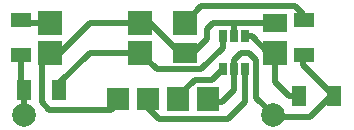
<source format=gbl>
G04 Layer: BottomLayer*
G04 EasyEDA v6.5.34, 2023-09-07 22:51:50*
G04 1c4de64a70be403faa317df9fd9dba8d,0b3e81c085af431c91bff7fd5324728f,10*
G04 Gerber Generator version 0.2*
G04 Scale: 100 percent, Rotated: No, Reflected: No *
G04 Dimensions in millimeters *
G04 leading zeros omitted , absolute positions ,4 integer and 5 decimal *
%FSLAX45Y45*%
%MOMM*%

%AMMACRO1*21,1,$1,$2,0,0,$3*%
%ADD10C,0.5080*%
%ADD11MACRO1,1.701X1.2075X-90.0000*%
%ADD12R,1.7010X1.2075*%
%ADD13MACRO1,1.701X1.2075X0.0000*%
%ADD14MACRO1,1.092X0.61X-90.0000*%
%ADD15R,1.9000X2.0000*%
%ADD16R,1.9000X1.9000*%
%ADD17R,2.0000X2.0000*%
%ADD18R,2.0000X1.6000*%
%ADD19R,2.0000X1.7000*%
%ADD20C,2.0000*%

%LPD*%
D10*
X1809750Y661923D02*
G01*
X1950974Y520700D01*
X2324100Y520700D01*
X2508504Y705104D01*
X2508504Y800100D01*
X2508504Y520700D02*
G01*
X2419604Y431800D01*
X2273300Y431800D01*
X2133600Y292100D01*
X2133600Y241300D01*
X2952750Y915923D02*
G01*
X2427224Y915923D01*
X2374900Y863600D01*
X2374900Y774700D01*
X2262124Y661923D01*
X2190750Y661923D01*
X2603500Y800100D02*
G01*
X2603245Y915923D01*
X2952750Y661923D02*
G01*
X2894075Y661923D01*
X2755900Y800100D01*
X2698495Y800100D01*
X2190750Y915926D02*
G01*
X2328923Y1054100D01*
X3124200Y1054100D01*
X3187700Y990600D01*
X3187700Y935278D01*
X800100Y935278D02*
G01*
X819378Y916000D01*
X1047699Y916000D01*
X2190750Y661923D02*
G01*
X2144775Y661923D01*
X1890776Y915923D01*
X1809750Y915923D01*
X1809750Y915923D02*
G01*
X1385823Y915923D01*
X1131823Y661923D01*
X1047750Y661923D01*
X2603500Y520700D02*
G01*
X2603500Y596900D01*
X2667000Y660400D01*
X2730500Y660400D01*
X2794000Y596900D01*
X2794000Y279400D01*
X2933700Y139700D01*
X2387600Y241300D02*
G01*
X2501900Y241300D01*
X2603500Y342900D01*
X2603500Y520700D01*
X2698495Y520700D02*
G01*
X2698495Y247395D01*
X2552700Y101600D01*
X1968500Y101600D01*
X1879600Y190500D01*
X1879600Y241300D01*
X825500Y127000D02*
G01*
X830021Y131521D01*
X830021Y342900D01*
X2933700Y139700D02*
G01*
X2959100Y114300D01*
X3251200Y114300D01*
X3429000Y292100D01*
X3449873Y292100D01*
X3154172Y292100D02*
G01*
X3073400Y292100D01*
X2952750Y412750D01*
X2952750Y661923D01*
X1047750Y661923D02*
G01*
X977900Y592073D01*
X977900Y241300D01*
X1041400Y177800D01*
X1562100Y177800D01*
X1625600Y241300D01*
X830021Y342900D02*
G01*
X800100Y372821D01*
X800100Y639521D01*
X3449873Y292100D02*
G01*
X3187700Y554273D01*
X3187700Y639521D01*
X1125730Y342900D02*
G01*
X1125730Y401830D01*
X1385826Y661926D01*
X1809750Y661926D01*
D11*
G01*
X1125776Y342900D03*
G01*
X830023Y342900D03*
G01*
X3449876Y292100D03*
G01*
X3154123Y292100D03*
D12*
G01*
X800100Y935278D03*
D13*
G01*
X800100Y639523D03*
D12*
G01*
X3200400Y935278D03*
D13*
G01*
X3200400Y639523D03*
D14*
G01*
X2508498Y800100D03*
G01*
X2603498Y800100D03*
G01*
X2698498Y800100D03*
G01*
X2698498Y520700D03*
G01*
X2603500Y520700D03*
G01*
X2508498Y520700D03*
D15*
G01*
X2387600Y266700D03*
G01*
X2133600Y266700D03*
D16*
G01*
X1879600Y266700D03*
G01*
X1625600Y266700D03*
D17*
G01*
X1809699Y916000D03*
G01*
X1809699Y662000D03*
G01*
X1047699Y662000D03*
G01*
X1047699Y916000D03*
D18*
G01*
X2952699Y916000D03*
D17*
G01*
X2952699Y662000D03*
D19*
G01*
X2190699Y662000D03*
D17*
G01*
X2190699Y916000D03*
D20*
G01*
X2933700Y133350D03*
G01*
X825500Y133350D03*
M02*

</source>
